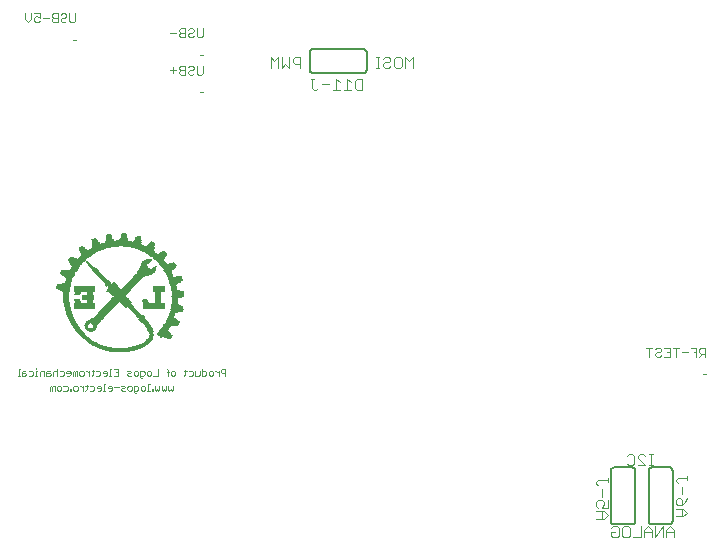
<source format=gbo>
G75*
G70*
%OFA0B0*%
%FSLAX24Y24*%
%IPPOS*%
%LPD*%
%AMOC8*
5,1,8,0,0,1.08239X$1,22.5*
%
%ADD10C,0.0020*%
%ADD11C,0.0030*%
%ADD12C,0.0060*%
%ADD13C,0.0040*%
%ADD14R,0.0483X0.0017*%
%ADD15R,0.0700X0.0017*%
%ADD16R,0.0867X0.0017*%
%ADD17R,0.1000X0.0017*%
%ADD18R,0.1117X0.0017*%
%ADD19R,0.1217X0.0017*%
%ADD20R,0.1300X0.0017*%
%ADD21R,0.0517X0.0017*%
%ADD22R,0.0550X0.0017*%
%ADD23R,0.0450X0.0017*%
%ADD24R,0.0400X0.0017*%
%ADD25R,0.0417X0.0017*%
%ADD26R,0.0367X0.0017*%
%ADD27R,0.0383X0.0017*%
%ADD28R,0.0333X0.0017*%
%ADD29R,0.0350X0.0017*%
%ADD30R,0.0317X0.0017*%
%ADD31R,0.0283X0.0017*%
%ADD32R,0.0300X0.0017*%
%ADD33R,0.0283X0.0017*%
%ADD34R,0.0283X0.0017*%
%ADD35R,0.0250X0.0017*%
%ADD36R,0.0233X0.0017*%
%ADD37R,0.0267X0.0017*%
%ADD38R,0.0217X0.0017*%
%ADD39R,0.0267X0.0017*%
%ADD40R,0.0200X0.0017*%
%ADD41R,0.0250X0.0017*%
%ADD42R,0.0183X0.0017*%
%ADD43R,0.0233X0.0017*%
%ADD44R,0.0183X0.0017*%
%ADD45R,0.0183X0.0017*%
%ADD46R,0.0167X0.0017*%
%ADD47R,0.0167X0.0017*%
%ADD48R,0.0217X0.0017*%
%ADD49R,0.0067X0.0017*%
%ADD50R,0.0150X0.0017*%
%ADD51R,0.0200X0.0017*%
%ADD52R,0.0133X0.0017*%
%ADD53R,0.0217X0.0017*%
%ADD54R,0.0017X0.0017*%
%ADD55R,0.0133X0.0017*%
%ADD56R,0.0217X0.0017*%
%ADD57R,0.0050X0.0017*%
%ADD58R,0.0300X0.0017*%
%ADD59R,0.0083X0.0017*%
%ADD60R,0.0133X0.0017*%
%ADD61R,0.0433X0.0017*%
%ADD62R,0.0133X0.0017*%
%ADD63R,0.0117X0.0017*%
%ADD64R,0.0467X0.0017*%
%ADD65R,0.0117X0.0017*%
%ADD66R,0.0483X0.0017*%
%ADD67R,0.0467X0.0017*%
%ADD68R,0.0383X0.0017*%
%ADD69R,0.0350X0.0017*%
%ADD70R,0.0150X0.0017*%
%ADD71R,0.0317X0.0017*%
%ADD72R,0.0283X0.0017*%
%ADD73R,0.0167X0.0017*%
%ADD74R,0.0267X0.0017*%
%ADD75R,0.0167X0.0017*%
%ADD76R,0.0100X0.0017*%
%ADD77R,0.0100X0.0017*%
%ADD78R,0.0233X0.0017*%
%ADD79R,0.0117X0.0017*%
%ADD80R,0.0500X0.0017*%
%ADD81R,0.0083X0.0017*%
%ADD82R,0.0500X0.0017*%
%ADD83R,0.0483X0.0017*%
%ADD84R,0.0233X0.0017*%
%ADD85R,0.0450X0.0017*%
%ADD86R,0.0433X0.0017*%
%ADD87R,0.0417X0.0017*%
%ADD88R,0.0183X0.0017*%
%ADD89R,0.0433X0.0017*%
%ADD90R,0.0333X0.0017*%
%ADD91R,0.0400X0.0017*%
%ADD92R,0.0367X0.0017*%
%ADD93R,0.0017X0.0017*%
%ADD94R,0.0333X0.0017*%
%ADD95R,0.0383X0.0017*%
%ADD96R,0.0433X0.0017*%
%ADD97R,0.0717X0.0017*%
%ADD98R,0.0700X0.0017*%
%ADD99R,0.0717X0.0017*%
%ADD100R,0.0317X0.0017*%
%ADD101R,0.0333X0.0017*%
%ADD102R,0.0733X0.0017*%
%ADD103R,0.0717X0.0017*%
%ADD104R,0.0683X0.0017*%
%ADD105R,0.0650X0.0017*%
%ADD106R,0.0617X0.0017*%
%ADD107R,0.0600X0.0017*%
%ADD108R,0.0567X0.0017*%
%ADD109R,0.0367X0.0017*%
%ADD110R,0.0533X0.0017*%
%ADD111R,0.0367X0.0017*%
%ADD112R,0.0417X0.0017*%
%ADD113R,0.0550X0.0017*%
%ADD114R,0.0583X0.0017*%
%ADD115R,0.0733X0.0017*%
%ADD116R,0.0383X0.0017*%
%ADD117R,0.0767X0.0017*%
%ADD118R,0.0783X0.0017*%
%ADD119R,0.0033X0.0017*%
%ADD120R,0.0067X0.0017*%
%ADD121R,0.0533X0.0017*%
%ADD122R,0.0567X0.0017*%
%ADD123R,0.0517X0.0017*%
%ADD124R,0.0567X0.0017*%
%ADD125R,0.0517X0.0017*%
%ADD126R,0.0317X0.0017*%
%ADD127R,0.0067X0.0017*%
%ADD128R,0.0033X0.0017*%
%ADD129R,0.0467X0.0017*%
%ADD130R,0.0583X0.0017*%
%ADD131R,0.0600X0.0017*%
%ADD132R,0.0633X0.0017*%
%ADD133R,0.0683X0.0017*%
%ADD134R,0.0650X0.0017*%
%ADD135R,0.0717X0.0017*%
%ADD136R,0.0533X0.0017*%
%ADD137R,0.0883X0.0017*%
%ADD138R,0.0750X0.0017*%
%ADD139R,0.0883X0.0017*%
%ADD140R,0.0033X0.0017*%
%ADD141R,0.1717X0.0017*%
%ADD142R,0.1683X0.0017*%
%ADD143R,0.1650X0.0017*%
%ADD144R,0.1633X0.0017*%
%ADD145R,0.1333X0.0017*%
%ADD146R,0.1283X0.0017*%
%ADD147R,0.1233X0.0017*%
%ADD148R,0.1183X0.0017*%
%ADD149R,0.0867X0.0017*%
%ADD150R,0.0767X0.0017*%
%ADD151R,0.0050X0.0017*%
%ADD152C,0.0000*%
D10*
X004499Y007850D02*
X004499Y007961D01*
X004536Y007997D01*
X004572Y007961D01*
X004572Y007850D01*
X004646Y007850D02*
X004646Y007997D01*
X004609Y007997D01*
X004572Y007961D01*
X004720Y007961D02*
X004757Y007997D01*
X004830Y007997D01*
X004867Y007961D01*
X004867Y007887D01*
X004830Y007850D01*
X004757Y007850D01*
X004720Y007887D01*
X004720Y007961D01*
X004941Y007997D02*
X005051Y007997D01*
X005088Y007961D01*
X005088Y007887D01*
X005051Y007850D01*
X004941Y007850D01*
X005162Y007850D02*
X005162Y007887D01*
X005198Y007887D01*
X005198Y007850D01*
X005162Y007850D01*
X005272Y007887D02*
X005309Y007850D01*
X005383Y007850D01*
X005419Y007887D01*
X005419Y007961D01*
X005383Y007997D01*
X005309Y007997D01*
X005272Y007961D01*
X005272Y007887D01*
X005493Y007997D02*
X005530Y007997D01*
X005603Y007924D01*
X005603Y007997D02*
X005603Y007850D01*
X005677Y007850D02*
X005714Y007887D01*
X005714Y008034D01*
X005751Y007997D02*
X005677Y007997D01*
X005825Y007997D02*
X005935Y007997D01*
X005972Y007961D01*
X005972Y007887D01*
X005935Y007850D01*
X005825Y007850D01*
X006046Y007924D02*
X006193Y007924D01*
X006193Y007961D02*
X006156Y007997D01*
X006083Y007997D01*
X006046Y007961D01*
X006046Y007924D01*
X006083Y007850D02*
X006156Y007850D01*
X006193Y007887D01*
X006193Y007961D01*
X006267Y007850D02*
X006340Y007850D01*
X006303Y007850D02*
X006303Y008071D01*
X006340Y008071D01*
X006414Y007961D02*
X006414Y007924D01*
X006561Y007924D01*
X006561Y007961D02*
X006524Y007997D01*
X006451Y007997D01*
X006414Y007961D01*
X006451Y007850D02*
X006524Y007850D01*
X006561Y007887D01*
X006561Y007961D01*
X006635Y007961D02*
X006782Y007961D01*
X006856Y007997D02*
X006966Y007997D01*
X007003Y007961D01*
X006966Y007924D01*
X006893Y007924D01*
X006856Y007887D01*
X006893Y007850D01*
X007003Y007850D01*
X007077Y007887D02*
X007077Y007961D01*
X007114Y007997D01*
X007187Y007997D01*
X007224Y007961D01*
X007224Y007887D01*
X007187Y007850D01*
X007114Y007850D01*
X007077Y007887D01*
X007298Y007850D02*
X007408Y007850D01*
X007445Y007887D01*
X007445Y007961D01*
X007408Y007997D01*
X007298Y007997D01*
X007298Y007814D01*
X007335Y007777D01*
X007371Y007777D01*
X007519Y007887D02*
X007519Y007961D01*
X007556Y007997D01*
X007629Y007997D01*
X007666Y007961D01*
X007666Y007887D01*
X007629Y007850D01*
X007556Y007850D01*
X007519Y007887D01*
X007740Y007850D02*
X007813Y007850D01*
X007776Y007850D02*
X007776Y008071D01*
X007813Y008071D01*
X007887Y007887D02*
X007887Y007850D01*
X007924Y007850D01*
X007924Y007887D01*
X007887Y007887D01*
X007998Y007887D02*
X008035Y007850D01*
X008071Y007887D01*
X008108Y007850D01*
X008145Y007887D01*
X008145Y007997D01*
X008219Y007997D02*
X008219Y007887D01*
X008256Y007850D01*
X008292Y007887D01*
X008329Y007850D01*
X008366Y007887D01*
X008366Y007997D01*
X008440Y007997D02*
X008440Y007887D01*
X008477Y007850D01*
X008513Y007887D01*
X008550Y007850D01*
X008587Y007887D01*
X008587Y007997D01*
X008569Y008350D02*
X008532Y008387D01*
X008532Y008461D01*
X008569Y008497D01*
X008643Y008497D01*
X008679Y008461D01*
X008679Y008387D01*
X008643Y008350D01*
X008569Y008350D01*
X008422Y008350D02*
X008422Y008534D01*
X008385Y008571D01*
X008385Y008461D02*
X008458Y008461D01*
X008090Y008571D02*
X008090Y008350D01*
X007943Y008350D01*
X007869Y008387D02*
X007832Y008350D01*
X007759Y008350D01*
X007722Y008387D01*
X007722Y008461D01*
X007759Y008497D01*
X007832Y008497D01*
X007869Y008461D01*
X007869Y008387D01*
X007648Y008387D02*
X007611Y008350D01*
X007501Y008350D01*
X007501Y008314D02*
X007501Y008497D01*
X007611Y008497D01*
X007648Y008461D01*
X007648Y008387D01*
X007575Y008277D02*
X007538Y008277D01*
X007501Y008314D01*
X007427Y008387D02*
X007390Y008350D01*
X007317Y008350D01*
X007280Y008387D01*
X007280Y008461D01*
X007317Y008497D01*
X007390Y008497D01*
X007427Y008461D01*
X007427Y008387D01*
X007206Y008350D02*
X007096Y008350D01*
X007059Y008387D01*
X007096Y008424D01*
X007169Y008424D01*
X007206Y008461D01*
X007169Y008497D01*
X007059Y008497D01*
X006764Y008461D02*
X006691Y008461D01*
X006764Y008571D02*
X006764Y008350D01*
X006617Y008350D01*
X006543Y008350D02*
X006470Y008350D01*
X006506Y008350D02*
X006506Y008571D01*
X006543Y008571D01*
X006617Y008571D02*
X006764Y008571D01*
X006396Y008461D02*
X006359Y008497D01*
X006286Y008497D01*
X006249Y008461D01*
X006249Y008424D01*
X006396Y008424D01*
X006396Y008387D02*
X006396Y008461D01*
X006396Y008387D02*
X006359Y008350D01*
X006286Y008350D01*
X006175Y008387D02*
X006138Y008350D01*
X006028Y008350D01*
X005917Y008387D02*
X005880Y008350D01*
X005917Y008387D02*
X005917Y008534D01*
X005954Y008497D02*
X005880Y008497D01*
X005806Y008497D02*
X005806Y008350D01*
X005806Y008424D02*
X005733Y008497D01*
X005696Y008497D01*
X005622Y008461D02*
X005622Y008387D01*
X005586Y008350D01*
X005512Y008350D01*
X005476Y008387D01*
X005476Y008461D01*
X005512Y008497D01*
X005586Y008497D01*
X005622Y008461D01*
X005401Y008497D02*
X005365Y008497D01*
X005328Y008461D01*
X005291Y008497D01*
X005255Y008461D01*
X005255Y008350D01*
X005328Y008350D02*
X005328Y008461D01*
X005401Y008497D02*
X005401Y008350D01*
X005180Y008387D02*
X005180Y008461D01*
X005144Y008497D01*
X005070Y008497D01*
X005034Y008461D01*
X005034Y008424D01*
X005180Y008424D01*
X005180Y008387D02*
X005144Y008350D01*
X005070Y008350D01*
X004959Y008387D02*
X004923Y008350D01*
X004813Y008350D01*
X004738Y008350D02*
X004738Y008571D01*
X004702Y008497D02*
X004628Y008497D01*
X004592Y008461D01*
X004592Y008350D01*
X004517Y008387D02*
X004481Y008424D01*
X004371Y008424D01*
X004371Y008461D02*
X004371Y008350D01*
X004481Y008350D01*
X004517Y008387D01*
X004481Y008497D02*
X004407Y008497D01*
X004371Y008461D01*
X004296Y008497D02*
X004186Y008497D01*
X004150Y008461D01*
X004150Y008350D01*
X004075Y008350D02*
X004002Y008350D01*
X004039Y008350D02*
X004039Y008497D01*
X004075Y008497D01*
X004039Y008571D02*
X004039Y008607D01*
X003928Y008461D02*
X003928Y008387D01*
X003891Y008350D01*
X003781Y008350D01*
X003707Y008387D02*
X003670Y008424D01*
X003560Y008424D01*
X003560Y008461D02*
X003560Y008350D01*
X003670Y008350D01*
X003707Y008387D01*
X003670Y008497D02*
X003597Y008497D01*
X003560Y008461D01*
X003486Y008571D02*
X003449Y008571D01*
X003449Y008350D01*
X003413Y008350D02*
X003486Y008350D01*
X003781Y008497D02*
X003891Y008497D01*
X003928Y008461D01*
X004296Y008497D02*
X004296Y008350D01*
X004702Y008497D02*
X004738Y008461D01*
X004813Y008497D02*
X004923Y008497D01*
X004959Y008461D01*
X004959Y008387D01*
X006028Y008497D02*
X006138Y008497D01*
X006175Y008461D01*
X006175Y008387D01*
X007998Y007997D02*
X007998Y007887D01*
X008974Y008350D02*
X009011Y008387D01*
X009011Y008534D01*
X009048Y008497D02*
X008974Y008497D01*
X009122Y008497D02*
X009232Y008497D01*
X009269Y008461D01*
X009269Y008387D01*
X009232Y008350D01*
X009122Y008350D01*
X009343Y008350D02*
X009343Y008497D01*
X009343Y008350D02*
X009453Y008350D01*
X009490Y008387D01*
X009490Y008497D01*
X009564Y008497D02*
X009674Y008497D01*
X009711Y008461D01*
X009711Y008387D01*
X009674Y008350D01*
X009564Y008350D01*
X009564Y008571D01*
X009785Y008461D02*
X009821Y008497D01*
X009895Y008497D01*
X009931Y008461D01*
X009931Y008387D01*
X009895Y008350D01*
X009821Y008350D01*
X009785Y008387D01*
X009785Y008461D01*
X010006Y008497D02*
X010042Y008497D01*
X010116Y008424D01*
X010116Y008497D02*
X010116Y008350D01*
X010190Y008461D02*
X010227Y008424D01*
X010337Y008424D01*
X010337Y008350D02*
X010337Y008571D01*
X010227Y008571D01*
X010190Y008534D01*
X010190Y008461D01*
D11*
X009539Y018381D02*
X009442Y018381D01*
X009394Y018429D01*
X009394Y018671D01*
X009293Y018623D02*
X009293Y018575D01*
X009245Y018526D01*
X009148Y018526D01*
X009099Y018478D01*
X009099Y018429D01*
X009148Y018381D01*
X009245Y018381D01*
X009293Y018429D01*
X009293Y018623D02*
X009245Y018671D01*
X009148Y018671D01*
X009099Y018623D01*
X008998Y018671D02*
X008998Y018381D01*
X008853Y018381D01*
X008805Y018429D01*
X008805Y018478D01*
X008853Y018526D01*
X008998Y018526D01*
X008853Y018526D02*
X008805Y018575D01*
X008805Y018623D01*
X008853Y018671D01*
X008998Y018671D01*
X008704Y018526D02*
X008510Y018526D01*
X008607Y018623D02*
X008607Y018429D01*
X009539Y018381D02*
X009588Y018429D01*
X009588Y018671D01*
X009539Y019631D02*
X009442Y019631D01*
X009394Y019679D01*
X009394Y019921D01*
X009293Y019873D02*
X009293Y019825D01*
X009245Y019776D01*
X009148Y019776D01*
X009099Y019728D01*
X009099Y019679D01*
X009148Y019631D01*
X009245Y019631D01*
X009293Y019679D01*
X009293Y019873D02*
X009245Y019921D01*
X009148Y019921D01*
X009099Y019873D01*
X008998Y019921D02*
X008998Y019631D01*
X008853Y019631D01*
X008805Y019679D01*
X008805Y019728D01*
X008853Y019776D01*
X008998Y019776D01*
X008853Y019776D02*
X008805Y019825D01*
X008805Y019873D01*
X008853Y019921D01*
X008998Y019921D01*
X008704Y019776D02*
X008510Y019776D01*
X009539Y019631D02*
X009588Y019679D01*
X009588Y019921D01*
X011848Y018976D02*
X011848Y018605D01*
X012095Y018605D02*
X012095Y018976D01*
X011972Y018852D01*
X011848Y018976D01*
X012216Y018976D02*
X012216Y018605D01*
X012340Y018729D01*
X012463Y018605D01*
X012463Y018976D01*
X012585Y018914D02*
X012585Y018791D01*
X012646Y018729D01*
X012832Y018729D01*
X012832Y018605D02*
X012832Y018976D01*
X012646Y018976D01*
X012585Y018914D01*
X015353Y018976D02*
X015477Y018976D01*
X015415Y018976D02*
X015415Y018605D01*
X015477Y018605D02*
X015353Y018605D01*
X015598Y018667D02*
X015598Y018729D01*
X015660Y018791D01*
X015783Y018791D01*
X015845Y018852D01*
X015845Y018914D01*
X015783Y018976D01*
X015660Y018976D01*
X015598Y018914D01*
X015966Y018914D02*
X016028Y018976D01*
X016152Y018976D01*
X016213Y018914D01*
X016213Y018667D01*
X016152Y018605D01*
X016028Y018605D01*
X015966Y018667D01*
X015966Y018914D01*
X016335Y018976D02*
X016335Y018605D01*
X016582Y018605D02*
X016582Y018976D01*
X016458Y018852D01*
X016335Y018976D01*
X015845Y018667D02*
X015783Y018605D01*
X015660Y018605D01*
X015598Y018667D01*
X005338Y020179D02*
X005289Y020131D01*
X005192Y020131D01*
X005144Y020179D01*
X005144Y020421D01*
X005043Y020373D02*
X005043Y020325D01*
X004995Y020276D01*
X004898Y020276D01*
X004849Y020228D01*
X004849Y020179D01*
X004898Y020131D01*
X004995Y020131D01*
X005043Y020179D01*
X005043Y020373D02*
X004995Y020421D01*
X004898Y020421D01*
X004849Y020373D01*
X004748Y020421D02*
X004748Y020131D01*
X004603Y020131D01*
X004555Y020179D01*
X004555Y020228D01*
X004603Y020276D01*
X004748Y020276D01*
X004603Y020276D02*
X004555Y020325D01*
X004555Y020373D01*
X004603Y020421D01*
X004748Y020421D01*
X004454Y020276D02*
X004260Y020276D01*
X004159Y020276D02*
X004062Y020325D01*
X004014Y020325D01*
X003965Y020276D01*
X003965Y020179D01*
X004014Y020131D01*
X004111Y020131D01*
X004159Y020179D01*
X004159Y020276D02*
X004159Y020421D01*
X003965Y020421D01*
X003864Y020421D02*
X003864Y020228D01*
X003768Y020131D01*
X003671Y020228D01*
X003671Y020421D01*
X005338Y020421D02*
X005338Y020179D01*
X023721Y005664D02*
X023783Y005726D01*
X023906Y005726D01*
X023968Y005664D01*
X023968Y005417D01*
X023906Y005355D01*
X023783Y005355D01*
X023721Y005417D01*
X024089Y005355D02*
X024336Y005355D01*
X024089Y005602D01*
X024089Y005664D01*
X024151Y005726D01*
X024274Y005726D01*
X024336Y005664D01*
X024458Y005726D02*
X024582Y005726D01*
X024520Y005726D02*
X024520Y005355D01*
X024582Y005355D02*
X024458Y005355D01*
X025362Y004884D02*
X025423Y004946D01*
X025732Y004946D01*
X025732Y005007D02*
X025732Y004884D01*
X025547Y004639D02*
X025547Y004392D01*
X025485Y004271D02*
X025547Y004209D01*
X025547Y004024D01*
X025423Y004024D01*
X025362Y004085D01*
X025362Y004209D01*
X025423Y004271D01*
X025485Y004271D01*
X025670Y004147D02*
X025547Y004024D01*
X025547Y003902D02*
X025547Y003655D01*
X025608Y003655D02*
X025732Y003779D01*
X025608Y003902D01*
X025362Y003902D01*
X025362Y003655D02*
X025608Y003655D01*
X025670Y004147D02*
X025732Y004271D01*
X025423Y004760D02*
X025362Y004822D01*
X025362Y004884D01*
X025168Y003326D02*
X025045Y003202D01*
X025045Y002955D01*
X024923Y002955D02*
X024923Y003326D01*
X024676Y002955D01*
X024676Y003326D01*
X024555Y003202D02*
X024555Y002955D01*
X024555Y003141D02*
X024308Y003141D01*
X024308Y003202D02*
X024308Y002955D01*
X024187Y002955D02*
X023940Y002955D01*
X023818Y003017D02*
X023757Y002955D01*
X023633Y002955D01*
X023571Y003017D01*
X023571Y003264D01*
X023633Y003326D01*
X023757Y003326D01*
X023818Y003264D01*
X023818Y003017D01*
X024187Y002955D02*
X024187Y003326D01*
X024308Y003202D02*
X024431Y003326D01*
X024555Y003202D01*
X025045Y003141D02*
X025291Y003141D01*
X025291Y003202D02*
X025291Y002955D01*
X025291Y003202D02*
X025168Y003326D01*
X023450Y003264D02*
X023450Y003017D01*
X023388Y002955D01*
X023265Y002955D01*
X023203Y003017D01*
X023203Y003141D01*
X023327Y003141D01*
X023450Y003264D02*
X023388Y003326D01*
X023265Y003326D01*
X023203Y003264D01*
X022958Y003582D02*
X023082Y003706D01*
X022958Y003829D01*
X022712Y003829D01*
X022773Y003951D02*
X022712Y004012D01*
X022712Y004136D01*
X022773Y004197D01*
X022897Y004197D01*
X022958Y004136D01*
X022958Y004074D01*
X022897Y003951D01*
X023082Y003951D01*
X023082Y004197D01*
X022897Y004319D02*
X022897Y004566D01*
X022773Y004687D02*
X022712Y004749D01*
X022712Y004811D01*
X022773Y004872D01*
X023082Y004872D01*
X023082Y004811D02*
X023082Y004934D01*
X022897Y003829D02*
X022897Y003582D01*
X022958Y003582D02*
X022712Y003582D01*
X024473Y008981D02*
X024473Y009271D01*
X024570Y009271D02*
X024376Y009271D01*
X024671Y009223D02*
X024719Y009271D01*
X024816Y009271D01*
X024864Y009223D01*
X024864Y009175D01*
X024816Y009126D01*
X024719Y009126D01*
X024671Y009078D01*
X024671Y009029D01*
X024719Y008981D01*
X024816Y008981D01*
X024864Y009029D01*
X024965Y008981D02*
X025159Y008981D01*
X025159Y009271D01*
X024965Y009271D01*
X025062Y009126D02*
X025159Y009126D01*
X025260Y009271D02*
X025454Y009271D01*
X025357Y009271D02*
X025357Y008981D01*
X025555Y009126D02*
X025748Y009126D01*
X025849Y009271D02*
X026043Y009271D01*
X026043Y008981D01*
X026144Y008981D02*
X026241Y009078D01*
X026192Y009078D02*
X026338Y009078D01*
X026338Y008981D02*
X026338Y009271D01*
X026192Y009271D01*
X026144Y009223D01*
X026144Y009126D01*
X026192Y009078D01*
X026043Y009126D02*
X025946Y009126D01*
D12*
X025147Y005290D02*
X024547Y005290D01*
X024530Y005288D01*
X024513Y005284D01*
X024497Y005277D01*
X024483Y005267D01*
X024470Y005254D01*
X024460Y005240D01*
X024453Y005224D01*
X024449Y005207D01*
X024447Y005190D01*
X024447Y003490D01*
X024449Y003473D01*
X024453Y003456D01*
X024460Y003440D01*
X024470Y003426D01*
X024483Y003413D01*
X024497Y003403D01*
X024513Y003396D01*
X024530Y003392D01*
X024547Y003390D01*
X025147Y003390D01*
X025164Y003392D01*
X025181Y003396D01*
X025197Y003403D01*
X025211Y003413D01*
X025224Y003426D01*
X025234Y003440D01*
X025241Y003456D01*
X025245Y003473D01*
X025247Y003490D01*
X025247Y005190D01*
X025245Y005207D01*
X025241Y005224D01*
X025234Y005240D01*
X025224Y005254D01*
X025211Y005267D01*
X025197Y005277D01*
X025181Y005284D01*
X025164Y005288D01*
X025147Y005290D01*
X023997Y005190D02*
X023997Y003490D01*
X023995Y003473D01*
X023991Y003456D01*
X023984Y003440D01*
X023974Y003426D01*
X023961Y003413D01*
X023947Y003403D01*
X023931Y003396D01*
X023914Y003392D01*
X023897Y003390D01*
X023297Y003390D01*
X023280Y003392D01*
X023263Y003396D01*
X023247Y003403D01*
X023233Y003413D01*
X023220Y003426D01*
X023210Y003440D01*
X023203Y003456D01*
X023199Y003473D01*
X023197Y003490D01*
X023197Y005190D01*
X023199Y005207D01*
X023203Y005224D01*
X023210Y005240D01*
X023220Y005254D01*
X023233Y005267D01*
X023247Y005277D01*
X023263Y005284D01*
X023280Y005288D01*
X023297Y005290D01*
X023897Y005290D01*
X023914Y005288D01*
X023931Y005284D01*
X023947Y005277D01*
X023961Y005267D01*
X023974Y005254D01*
X023984Y005240D01*
X023991Y005224D01*
X023995Y005207D01*
X023997Y005190D01*
X014947Y018440D02*
X013247Y018440D01*
X013230Y018442D01*
X013213Y018446D01*
X013197Y018453D01*
X013183Y018463D01*
X013170Y018476D01*
X013160Y018490D01*
X013153Y018506D01*
X013149Y018523D01*
X013147Y018540D01*
X013147Y019140D01*
X013149Y019157D01*
X013153Y019174D01*
X013160Y019190D01*
X013170Y019204D01*
X013183Y019217D01*
X013197Y019227D01*
X013213Y019234D01*
X013230Y019238D01*
X013247Y019240D01*
X014947Y019240D01*
X014964Y019238D01*
X014981Y019234D01*
X014997Y019227D01*
X015011Y019217D01*
X015024Y019204D01*
X015034Y019190D01*
X015041Y019174D01*
X015045Y019157D01*
X015047Y019140D01*
X015047Y018540D01*
X015045Y018523D01*
X015041Y018506D01*
X015034Y018490D01*
X015024Y018476D01*
X015011Y018463D01*
X014997Y018453D01*
X014981Y018446D01*
X014964Y018442D01*
X014947Y018440D01*
D13*
X014898Y018241D02*
X014718Y018241D01*
X014658Y018181D01*
X014658Y017941D01*
X014718Y017880D01*
X014898Y017880D01*
X014898Y018241D01*
X014530Y018121D02*
X014410Y018241D01*
X014410Y017880D01*
X014530Y017880D02*
X014290Y017880D01*
X014162Y017880D02*
X013921Y017880D01*
X014041Y017880D02*
X014041Y018241D01*
X014162Y018121D01*
X013793Y018061D02*
X013553Y018061D01*
X013425Y017941D02*
X013365Y017880D01*
X013305Y017880D01*
X013245Y017941D01*
X013245Y018241D01*
X013305Y018241D02*
X013185Y018241D01*
D14*
X007713Y012524D03*
X006080Y012557D03*
X005380Y012124D03*
X008580Y010107D03*
X008563Y010074D03*
X008563Y010057D03*
X006830Y009124D03*
D15*
X006822Y009140D03*
X005672Y010590D03*
X005672Y010640D03*
X005672Y010690D03*
X005672Y011140D03*
X005672Y011190D03*
X005672Y011240D03*
X005672Y011290D03*
D16*
X006822Y009157D03*
D17*
X006822Y009174D03*
D18*
X006813Y009190D03*
D19*
X006813Y009207D03*
D20*
X006822Y009224D03*
D21*
X007247Y009240D03*
X006797Y011040D03*
X008447Y011990D03*
D22*
X007663Y011740D03*
X005763Y012440D03*
X006397Y009240D03*
D23*
X006313Y009257D03*
X005930Y010124D03*
X006797Y011007D03*
X006613Y011207D03*
X004947Y011307D03*
X004930Y011224D03*
X007330Y009257D03*
X008330Y009674D03*
X008347Y009657D03*
X008580Y010124D03*
X008730Y010524D03*
X008680Y011507D03*
X008680Y011524D03*
X008663Y011557D03*
X008663Y011574D03*
X008647Y011607D03*
X007730Y012507D03*
D24*
X008455Y011907D03*
X008672Y011474D03*
X008755Y010974D03*
X008572Y010157D03*
X008288Y009757D03*
X007388Y009274D03*
X006522Y011357D03*
X006522Y011374D03*
X007505Y011657D03*
X005372Y012074D03*
X005105Y011674D03*
X004988Y011374D03*
D25*
X004947Y011207D03*
X006247Y009274D03*
X008447Y011924D03*
D26*
X008655Y011440D03*
X007438Y009290D03*
X006088Y010240D03*
D27*
X006197Y009290D03*
X008447Y011890D03*
D28*
X008138Y012207D03*
X007838Y012424D03*
X007405Y011574D03*
X007388Y011557D03*
X007355Y011524D03*
X007338Y011507D03*
X007305Y011474D03*
X007288Y011457D03*
X007255Y011424D03*
X007238Y011407D03*
X007205Y011374D03*
X007188Y011357D03*
X007155Y011324D03*
X007138Y011307D03*
X007105Y011274D03*
X007088Y011257D03*
X007055Y011224D03*
X007038Y011207D03*
X006555Y010707D03*
X006505Y010657D03*
X006455Y010607D03*
X006405Y010557D03*
X006355Y010507D03*
X006305Y010457D03*
X006255Y010407D03*
X005855Y009874D03*
X006105Y009324D03*
X007488Y009307D03*
D29*
X008563Y010174D03*
X007430Y011607D03*
X006613Y011257D03*
X006597Y011274D03*
X006613Y010774D03*
X006597Y010757D03*
X006230Y010374D03*
X006213Y010357D03*
X006180Y010324D03*
X006163Y010307D03*
X006130Y010274D03*
X006113Y010257D03*
X006147Y009307D03*
X004980Y011174D03*
X008130Y012224D03*
X008447Y011874D03*
D30*
X007913Y012374D03*
X006580Y011307D03*
X007030Y010724D03*
X007080Y010674D03*
X007130Y010624D03*
X007530Y009324D03*
X005630Y012274D03*
X005680Y012307D03*
D31*
X007563Y009340D03*
D32*
X006072Y009340D03*
X005055Y011390D03*
X005605Y012240D03*
X005655Y012290D03*
X007738Y012140D03*
X008438Y011840D03*
D33*
X008697Y010924D03*
X008547Y010224D03*
X007597Y009357D03*
X005997Y009374D03*
X005597Y012524D03*
D34*
X005563Y012207D03*
X006030Y012724D03*
X005130Y011607D03*
X007630Y011924D03*
X008680Y011157D03*
X008680Y010674D03*
X006030Y009357D03*
D35*
X005913Y009424D03*
X007630Y009374D03*
X007663Y010107D03*
X007563Y010207D03*
X007530Y010274D03*
X007497Y010307D03*
X007480Y010324D03*
X008297Y009857D03*
X008313Y009874D03*
X008347Y009924D03*
X008380Y009974D03*
X008413Y009607D03*
X008430Y011807D03*
X008247Y012057D03*
X008213Y012107D03*
X008197Y012124D03*
X008163Y012157D03*
X008263Y012407D03*
X007863Y012674D03*
X007413Y012824D03*
X006947Y012874D03*
X006947Y012907D03*
X006480Y012874D03*
X006480Y012857D03*
X006013Y012757D03*
X005247Y012224D03*
X005363Y011974D03*
X005330Y011924D03*
X005313Y011907D03*
X005297Y011874D03*
X005280Y011857D03*
X007630Y011957D03*
X007663Y012074D03*
X007763Y012174D03*
D36*
X008438Y011790D03*
X008555Y012040D03*
X008105Y011090D03*
X008105Y011040D03*
X008105Y010990D03*
X008105Y010940D03*
X008105Y010890D03*
X008105Y010840D03*
X008105Y010790D03*
X008105Y010740D03*
X007555Y010240D03*
X007255Y010540D03*
X007205Y010590D03*
X006438Y011390D03*
X006405Y011440D03*
X006355Y011490D03*
X005838Y011090D03*
X005838Y011040D03*
X005838Y010840D03*
X005838Y010790D03*
X005838Y010740D03*
X005105Y011440D03*
X005138Y011540D03*
X005805Y009490D03*
X007655Y009390D03*
X008355Y009940D03*
X008388Y009990D03*
D37*
X007622Y010140D03*
X007572Y010190D03*
X008622Y011390D03*
X006022Y012740D03*
X005372Y011990D03*
X005022Y011140D03*
X005972Y009390D03*
D38*
X005763Y009524D03*
X005863Y009824D03*
X005030Y010907D03*
X005030Y010924D03*
X005030Y010957D03*
X005030Y010974D03*
X005030Y011007D03*
X005030Y011024D03*
X005030Y011057D03*
X005030Y011074D03*
X005030Y011107D03*
X005030Y011124D03*
X005113Y011474D03*
X005130Y011524D03*
X005563Y012574D03*
X006463Y012924D03*
X007430Y012874D03*
X007880Y012707D03*
X007630Y012024D03*
X007630Y012007D03*
X007630Y011974D03*
X008463Y011724D03*
X007263Y010524D03*
X007280Y010507D03*
X007313Y010474D03*
X007330Y010457D03*
X007363Y010424D03*
X007380Y010407D03*
X007413Y010374D03*
X007430Y010357D03*
X007730Y010024D03*
X007763Y009974D03*
X007713Y009424D03*
X007680Y009407D03*
X008530Y010257D03*
X008530Y010274D03*
X006413Y011424D03*
D39*
X005355Y011957D03*
X006488Y012824D03*
X006938Y012857D03*
X007405Y012807D03*
X007855Y012657D03*
X007755Y012157D03*
X007705Y012107D03*
X008155Y012174D03*
X008438Y011824D03*
X007588Y010174D03*
X007605Y010157D03*
X007638Y010124D03*
X005988Y010074D03*
X005938Y009407D03*
D40*
X005622Y009640D03*
X005572Y009690D03*
X005422Y010740D03*
X005055Y010690D03*
X005038Y010790D03*
X005038Y010840D03*
X006038Y011790D03*
X006088Y011740D03*
X006138Y011690D03*
X006188Y011640D03*
X006238Y011590D03*
X006288Y011540D03*
X007638Y012040D03*
X008455Y011740D03*
X008505Y011640D03*
X008572Y010390D03*
X008555Y010340D03*
X008538Y010290D03*
X007788Y009940D03*
X007755Y009990D03*
X007722Y009440D03*
D41*
X008330Y009890D03*
X008530Y010240D03*
X008613Y010440D03*
X008663Y010690D03*
X007513Y010290D03*
X005880Y009440D03*
X005280Y011840D03*
X005313Y011890D03*
X006947Y012890D03*
X007630Y011940D03*
X008180Y012140D03*
X008263Y012040D03*
D42*
X008647Y010874D03*
X008647Y010857D03*
X008647Y010824D03*
X008647Y010807D03*
X008647Y010774D03*
X008647Y010757D03*
X008647Y010724D03*
X007797Y009924D03*
X007797Y009507D03*
X007747Y009457D03*
X005547Y009724D03*
X005497Y009774D03*
X005347Y009974D03*
X005147Y010357D03*
X005097Y010507D03*
X005097Y010524D03*
X005047Y010757D03*
X006947Y013007D03*
D43*
X006005Y012774D03*
X005138Y011574D03*
X005138Y011557D03*
X005105Y011457D03*
X005838Y011124D03*
X005838Y011107D03*
X005838Y011074D03*
X005838Y011057D03*
X005838Y011024D03*
X005838Y010824D03*
X005838Y010807D03*
X005838Y010774D03*
X005838Y010757D03*
X006388Y011457D03*
X007188Y010607D03*
X007238Y010557D03*
X007538Y010257D03*
X007555Y010224D03*
X007688Y010074D03*
X007705Y010057D03*
X008338Y009907D03*
X008105Y010757D03*
X008105Y010774D03*
X008105Y010807D03*
X008105Y010824D03*
X008105Y010857D03*
X008105Y010874D03*
X008105Y010907D03*
X008105Y010924D03*
X008105Y010957D03*
X008105Y010974D03*
X008105Y011007D03*
X008105Y011024D03*
X008105Y011057D03*
X008105Y011074D03*
X008105Y011107D03*
X008105Y011124D03*
X008238Y012074D03*
X005838Y009474D03*
X005855Y009457D03*
X005788Y009507D03*
D44*
X005563Y009707D03*
X005513Y009757D03*
X005463Y009807D03*
X005430Y009857D03*
X005413Y009874D03*
X005380Y009924D03*
X005313Y010024D03*
X005280Y010074D03*
X005263Y010107D03*
X005230Y010174D03*
X005213Y010207D03*
X005180Y010274D03*
X005163Y010324D03*
X005130Y010407D03*
X005113Y010457D03*
X005113Y010474D03*
X005080Y010557D03*
X005080Y010574D03*
X005080Y010607D03*
X005063Y010624D03*
X005063Y010657D03*
X005063Y010674D03*
X005413Y010757D03*
X005413Y010774D03*
X005413Y010807D03*
X005413Y011057D03*
X005413Y011074D03*
X005413Y011107D03*
X006013Y011824D03*
X006413Y011407D03*
X007680Y010774D03*
X007680Y010757D03*
X007813Y009907D03*
X007763Y009474D03*
X008580Y010424D03*
X008630Y011174D03*
X008630Y011207D03*
X008630Y011224D03*
X008613Y011257D03*
X008613Y011274D03*
X008613Y011307D03*
X006013Y010057D03*
D45*
X005530Y009740D03*
X005480Y009790D03*
X005363Y009940D03*
X005080Y010590D03*
X005063Y010640D03*
X005413Y010790D03*
X005413Y011090D03*
X005230Y012240D03*
X005980Y012840D03*
X008613Y011290D03*
X008630Y011240D03*
X008630Y011190D03*
X007680Y010740D03*
X007813Y009890D03*
X007780Y009490D03*
X008430Y009590D03*
D46*
X007855Y009807D03*
X007838Y009857D03*
X007805Y009524D03*
X005455Y009824D03*
X005388Y009907D03*
X005355Y009957D03*
X005288Y010057D03*
X005255Y010124D03*
X005238Y010157D03*
X005205Y010224D03*
X005188Y010257D03*
X005138Y010374D03*
X005405Y010824D03*
X005405Y010857D03*
X005405Y011024D03*
X006005Y011857D03*
X005988Y011874D03*
X005955Y011907D03*
X006455Y012974D03*
X006955Y013024D03*
X007438Y012924D03*
X007938Y011874D03*
X008788Y011624D03*
D47*
X007672Y010840D03*
X007672Y010790D03*
X007822Y009540D03*
X005272Y010090D03*
X005222Y010190D03*
X005172Y010290D03*
X005122Y010440D03*
X004972Y011840D03*
X005972Y011890D03*
D48*
X005997Y012790D03*
X006947Y012940D03*
X007297Y010490D03*
X007347Y010440D03*
X007397Y010390D03*
X007447Y010340D03*
X005747Y009540D03*
D49*
X008472Y009557D03*
X005772Y012074D03*
D50*
X005213Y012257D03*
X006447Y013007D03*
X006947Y013057D03*
X007447Y012957D03*
X007663Y010857D03*
X007847Y009824D03*
X007863Y009774D03*
X007847Y009574D03*
X007830Y009557D03*
X006013Y010024D03*
X005980Y009924D03*
X005963Y009907D03*
X005863Y009807D03*
D51*
X005722Y009557D03*
X005655Y009607D03*
X005638Y009624D03*
X005605Y009657D03*
X005588Y009674D03*
X005055Y010707D03*
X005055Y010724D03*
X005038Y010774D03*
X005038Y010807D03*
X005038Y010824D03*
X005038Y010857D03*
X005038Y010874D03*
X005422Y011124D03*
X006155Y011674D03*
X006172Y011657D03*
X006205Y011624D03*
X006222Y011607D03*
X006255Y011574D03*
X006272Y011557D03*
X006305Y011524D03*
X006322Y011507D03*
X006122Y011707D03*
X006105Y011724D03*
X006072Y011757D03*
X006055Y011774D03*
X006022Y011807D03*
X005988Y012824D03*
X006455Y012957D03*
X006955Y012974D03*
X007438Y012907D03*
X007888Y012724D03*
X008272Y012424D03*
X008438Y011774D03*
X008472Y011707D03*
X008488Y011674D03*
X008488Y011657D03*
X008505Y011624D03*
X008605Y011357D03*
X008605Y011324D03*
X008638Y010707D03*
X008572Y010407D03*
X008572Y010374D03*
X008555Y010357D03*
X008555Y010324D03*
X008538Y010307D03*
X007772Y009957D03*
D52*
X007855Y009607D03*
X008455Y009574D03*
X006005Y009974D03*
X006005Y010007D03*
X005755Y010074D03*
X005738Y010057D03*
X005738Y009907D03*
X005555Y012607D03*
X006455Y013024D03*
D53*
X005997Y012807D03*
X006947Y012924D03*
X006947Y012957D03*
X007647Y012057D03*
X008447Y011757D03*
X007747Y010007D03*
X005697Y009574D03*
X005097Y011407D03*
X005097Y011424D03*
D54*
X006497Y013040D03*
X008197Y009590D03*
D55*
X007855Y009590D03*
X006005Y009990D03*
X005988Y009940D03*
X006638Y011390D03*
D56*
X007630Y011990D03*
X008480Y011690D03*
X007430Y012890D03*
X006463Y012940D03*
X005030Y011090D03*
X005030Y011040D03*
X005030Y010990D03*
X005030Y010940D03*
X005030Y010890D03*
X005680Y009590D03*
X007713Y010040D03*
D57*
X008197Y009607D03*
X007030Y010607D03*
X008013Y011957D03*
X005730Y012124D03*
D58*
X005622Y012257D03*
X005588Y012224D03*
X005372Y012007D03*
X005255Y012207D03*
X007638Y011907D03*
X007722Y012124D03*
X008238Y012374D03*
X008638Y011407D03*
X008555Y010207D03*
X008288Y009824D03*
X008405Y009624D03*
X005855Y009857D03*
D59*
X008197Y009624D03*
X005197Y012274D03*
D60*
X007972Y011907D03*
X007872Y009757D03*
X007872Y009724D03*
X007872Y009657D03*
X007872Y009624D03*
D61*
X008288Y009740D03*
X008355Y009640D03*
X008738Y010540D03*
X008738Y010590D03*
X006805Y010990D03*
X005738Y012390D03*
D62*
X007872Y009740D03*
X007872Y009640D03*
D63*
X007880Y009674D03*
X007880Y009707D03*
X005913Y011924D03*
D64*
X004955Y011340D03*
X004938Y011290D03*
X004938Y011240D03*
X006838Y010940D03*
X008305Y009690D03*
D65*
X007880Y009690D03*
X005730Y010040D03*
D66*
X006797Y011024D03*
X008447Y011957D03*
X005747Y012407D03*
X008297Y009707D03*
D67*
X008288Y009724D03*
X004938Y011257D03*
X004938Y011274D03*
X004955Y011324D03*
X004955Y011357D03*
X005088Y011707D03*
D68*
X006547Y011324D03*
X006047Y010207D03*
X008297Y009774D03*
X006897Y012824D03*
D69*
X007813Y012440D03*
X007413Y011590D03*
X008713Y010640D03*
X008297Y009790D03*
X006247Y010390D03*
X006197Y010340D03*
X006147Y010290D03*
X005863Y009890D03*
X005113Y011640D03*
X005713Y012340D03*
D70*
X006947Y013040D03*
X007897Y012740D03*
X008280Y012440D03*
X007963Y011890D03*
X008697Y009990D03*
X007863Y009790D03*
D71*
X008297Y009807D03*
X008697Y010657D03*
X008647Y011424D03*
X008447Y011857D03*
X007097Y010657D03*
X007047Y010707D03*
X004997Y011157D03*
X005697Y012324D03*
D72*
X006947Y012840D03*
X008147Y012190D03*
X008297Y009840D03*
D73*
X007838Y009840D03*
X006005Y010040D03*
X005438Y009840D03*
X005405Y009890D03*
X005338Y009990D03*
X005305Y010040D03*
X005155Y010340D03*
X005138Y010390D03*
X005105Y010490D03*
X005405Y010840D03*
X005405Y011040D03*
X006005Y011840D03*
X005555Y012590D03*
X006455Y012990D03*
X007438Y012940D03*
X007788Y012190D03*
D74*
X007688Y012090D03*
X008255Y012390D03*
X007838Y012640D03*
X007405Y012790D03*
X006488Y012840D03*
X005588Y012540D03*
X005338Y011940D03*
X005138Y011590D03*
X005855Y009840D03*
D75*
X005322Y010007D03*
X005172Y010307D03*
X005122Y010424D03*
X007672Y010807D03*
X007672Y010824D03*
X007822Y009874D03*
X008572Y012057D03*
X005972Y012857D03*
D76*
X005988Y012874D03*
X005838Y012007D03*
X005872Y011974D03*
X005888Y011957D03*
X006638Y011407D03*
X007988Y011924D03*
X008605Y012074D03*
X008288Y012457D03*
X005722Y010024D03*
X005722Y009974D03*
X005722Y009957D03*
X005722Y009924D03*
D77*
X005722Y009940D03*
X005705Y009990D03*
X005905Y011940D03*
X005855Y011990D03*
D78*
X005572Y012557D03*
X006472Y012907D03*
X007422Y012857D03*
X006372Y011474D03*
X007222Y010574D03*
X008372Y009957D03*
X008672Y010907D03*
X008622Y011374D03*
X005122Y011507D03*
D79*
X005997Y009957D03*
X007897Y012757D03*
D80*
X008105Y012307D03*
X008455Y011974D03*
X007572Y011674D03*
X006838Y010924D03*
X005105Y011757D03*
X005105Y011774D03*
X005122Y011807D03*
X005088Y011724D03*
X006122Y012574D03*
X008538Y010024D03*
X008538Y010007D03*
D81*
X005713Y010007D03*
X005830Y012024D03*
X007430Y012974D03*
D82*
X005088Y011740D03*
X008555Y010040D03*
D83*
X008580Y010090D03*
X008113Y012290D03*
D84*
X008222Y012090D03*
X007872Y012690D03*
X007422Y012840D03*
X006472Y012890D03*
X005122Y011490D03*
X007672Y010090D03*
D85*
X006613Y011190D03*
X005947Y010140D03*
X005913Y010090D03*
X005097Y011690D03*
X006047Y012540D03*
X008447Y011940D03*
X008647Y011590D03*
X008663Y011540D03*
X008680Y011490D03*
D86*
X008772Y011007D03*
X008722Y010507D03*
X008722Y010474D03*
X006822Y010974D03*
X005972Y010157D03*
X005922Y010107D03*
X008122Y012274D03*
D87*
X008763Y011090D03*
X008763Y011040D03*
X008580Y010140D03*
D88*
X008647Y010740D03*
X008647Y010790D03*
X008647Y010840D03*
X008647Y010890D03*
X008597Y011340D03*
X006947Y012990D03*
X005047Y010740D03*
X005097Y010540D03*
X005197Y010240D03*
X005247Y010140D03*
D89*
X005988Y010174D03*
X006838Y010957D03*
X008738Y010607D03*
X008738Y010574D03*
X008738Y010557D03*
X006005Y012524D03*
D90*
X006588Y011290D03*
X006588Y010740D03*
X006538Y010690D03*
X006488Y010640D03*
X006438Y010590D03*
X006388Y010540D03*
X006338Y010490D03*
X006288Y010440D03*
X008555Y010190D03*
D91*
X006538Y011340D03*
X006022Y010190D03*
X007738Y012490D03*
D92*
X005772Y011007D03*
X005772Y010974D03*
X005772Y010957D03*
X005772Y010924D03*
X005772Y010907D03*
X005772Y010874D03*
X005772Y010857D03*
X006072Y010224D03*
X007022Y010757D03*
D93*
X007580Y010340D03*
X007880Y012790D03*
D94*
X007872Y012407D03*
X006572Y010724D03*
X006522Y010674D03*
X006472Y010624D03*
X006422Y010574D03*
X006372Y010524D03*
X006322Y010474D03*
X006272Y010424D03*
X005122Y011624D03*
X005372Y012024D03*
D95*
X005363Y012057D03*
X005713Y012357D03*
X005113Y011657D03*
X007013Y010774D03*
X008113Y011157D03*
X008113Y011174D03*
X008113Y011207D03*
X008113Y011224D03*
X008113Y011257D03*
X008113Y011274D03*
X008663Y011457D03*
X008730Y010624D03*
X008680Y010457D03*
D96*
X008722Y010490D03*
X008772Y010990D03*
X005372Y012090D03*
D97*
X007947Y010724D03*
X007947Y010707D03*
X007947Y010674D03*
X007947Y010657D03*
X007947Y010624D03*
X007947Y010607D03*
X007947Y010574D03*
D98*
X005672Y010574D03*
X005672Y010607D03*
X005672Y010624D03*
X005672Y010657D03*
X005672Y010674D03*
X005672Y010707D03*
X005672Y010724D03*
X005672Y011157D03*
X005672Y011174D03*
X005672Y011207D03*
X005672Y011224D03*
X005672Y011257D03*
X005672Y011274D03*
X006255Y012624D03*
D99*
X007947Y010690D03*
X007947Y010640D03*
X007947Y010590D03*
D100*
X008713Y010940D03*
X007113Y010640D03*
X007063Y010690D03*
D101*
X007022Y010740D03*
X007022Y011190D03*
X007072Y011240D03*
X007122Y011290D03*
X007172Y011340D03*
X007222Y011390D03*
X007272Y011440D03*
X007322Y011490D03*
X007372Y011540D03*
X008722Y011140D03*
D102*
X006822Y010790D03*
D103*
X006830Y010807D03*
X005830Y012507D03*
D104*
X006780Y011107D03*
X006830Y010824D03*
D105*
X006830Y010840D03*
X006780Y011090D03*
D106*
X006830Y010857D03*
D107*
X006838Y010874D03*
D108*
X006838Y010890D03*
X007705Y011790D03*
X007738Y011840D03*
X008088Y012340D03*
D109*
X007472Y011640D03*
X005772Y010990D03*
X005772Y010940D03*
X005772Y010890D03*
X005372Y012040D03*
D110*
X006838Y010907D03*
X008105Y012324D03*
D111*
X007788Y012457D03*
X007755Y012474D03*
X007655Y011874D03*
X007455Y011624D03*
X008738Y010957D03*
D112*
X008763Y011024D03*
X008763Y011057D03*
X008763Y011074D03*
X008763Y011107D03*
X008763Y011124D03*
X008130Y012257D03*
X006613Y011224D03*
X005730Y012374D03*
D113*
X005380Y012157D03*
X006797Y011057D03*
X007630Y011707D03*
X007647Y011724D03*
X007680Y011757D03*
X007713Y011807D03*
X007747Y011857D03*
D114*
X006797Y011074D03*
D115*
X006772Y011124D03*
D116*
X006613Y011240D03*
X008113Y011240D03*
X008113Y011190D03*
X008113Y011140D03*
X008113Y011290D03*
X008130Y012240D03*
X004963Y011190D03*
D117*
X006772Y011140D03*
D118*
X006780Y011157D03*
X006780Y011174D03*
X007580Y012607D03*
D119*
X006388Y011307D03*
D120*
X006638Y011424D03*
X005788Y012057D03*
X005738Y012107D03*
X005555Y012624D03*
X007888Y012774D03*
X008288Y012474D03*
D121*
X007688Y012540D03*
X007605Y011690D03*
D122*
X007688Y011774D03*
D123*
X005380Y012140D03*
X005113Y011790D03*
D124*
X007722Y011824D03*
D125*
X008413Y012024D03*
X008430Y012007D03*
X005763Y012424D03*
X005130Y011824D03*
D126*
X007647Y011890D03*
X007897Y012390D03*
D127*
X008005Y011940D03*
X005805Y012040D03*
X005755Y012090D03*
D128*
X005722Y012140D03*
X008622Y012090D03*
D129*
X005372Y012107D03*
D130*
X005380Y012174D03*
X005780Y012457D03*
X006213Y012607D03*
X007663Y012557D03*
X008080Y012357D03*
D131*
X005388Y012190D03*
D132*
X005788Y012474D03*
D133*
X005813Y012490D03*
D134*
X007647Y012574D03*
D135*
X007613Y012590D03*
D136*
X006172Y012590D03*
D137*
X007530Y012624D03*
D138*
X007280Y012640D03*
D139*
X006347Y012640D03*
D140*
X005555Y012640D03*
D141*
X006763Y012657D03*
D142*
X006747Y012674D03*
D143*
X006730Y012690D03*
D144*
X006722Y012707D03*
D145*
X006872Y012724D03*
D146*
X006897Y012740D03*
D147*
X006922Y012757D03*
D148*
X006947Y012774D03*
D149*
X006788Y012790D03*
D150*
X006738Y012807D03*
D151*
X005997Y012890D03*
D152*
X009507Y017790D02*
X009511Y017794D01*
X009514Y017792D02*
X009512Y017790D01*
X009509Y017790D01*
X009507Y017792D01*
X009507Y017799D01*
X009509Y017800D01*
X009512Y017800D01*
X009514Y017799D01*
X009514Y017792D01*
X009517Y017792D02*
X009518Y017790D01*
X009522Y017790D01*
X009523Y017792D01*
X009526Y017792D02*
X009527Y017790D01*
X009531Y017790D01*
X009532Y017792D01*
X009535Y017790D02*
X009542Y017790D01*
X009538Y017790D02*
X009538Y017800D01*
X009542Y017797D01*
X009544Y017795D02*
X009546Y017794D01*
X009551Y017794D01*
X009551Y017790D02*
X009551Y017800D01*
X009546Y017800D01*
X009544Y017799D01*
X009544Y017795D01*
X009553Y017800D02*
X009560Y017800D01*
X009557Y017800D02*
X009557Y017790D01*
X009562Y017790D02*
X009569Y017790D01*
X009572Y017790D02*
X009575Y017794D01*
X009573Y017794D02*
X009578Y017794D01*
X009578Y017790D02*
X009578Y017800D01*
X009573Y017800D01*
X009572Y017799D01*
X009572Y017795D01*
X009573Y017794D01*
X009569Y017797D02*
X009566Y017800D01*
X009566Y017790D01*
X009581Y017800D02*
X009587Y017800D01*
X009584Y017800D02*
X009584Y017790D01*
X009590Y017795D02*
X009592Y017794D01*
X009597Y017794D01*
X009597Y017790D02*
X009597Y017800D01*
X009592Y017800D01*
X009590Y017799D01*
X009590Y017795D01*
X009532Y017799D02*
X009531Y017800D01*
X009527Y017800D01*
X009526Y017799D01*
X009526Y017797D01*
X009527Y017795D01*
X009526Y017794D01*
X009526Y017792D01*
X009527Y017795D02*
X009529Y017795D01*
X009523Y017797D02*
X009522Y017795D01*
X009518Y017795D01*
X009517Y017794D01*
X009517Y017792D01*
X009517Y017799D02*
X009518Y017800D01*
X009522Y017800D01*
X009523Y017799D01*
X009523Y017797D01*
X009522Y019040D02*
X009523Y019042D01*
X009522Y019040D02*
X009518Y019040D01*
X009517Y019042D01*
X009517Y019044D01*
X009518Y019045D01*
X009522Y019045D01*
X009523Y019047D01*
X009523Y019049D01*
X009522Y019050D01*
X009518Y019050D01*
X009517Y019049D01*
X009514Y019049D02*
X009512Y019050D01*
X009509Y019050D01*
X009507Y019049D01*
X009507Y019042D01*
X009509Y019040D01*
X009512Y019040D01*
X009514Y019042D01*
X009514Y019049D01*
X009511Y019044D02*
X009507Y019040D01*
X009526Y019042D02*
X009527Y019040D01*
X009531Y019040D01*
X009532Y019042D01*
X009535Y019040D02*
X009542Y019040D01*
X009538Y019040D02*
X009538Y019050D01*
X009542Y019047D01*
X009544Y019045D02*
X009546Y019044D01*
X009551Y019044D01*
X009551Y019040D02*
X009551Y019050D01*
X009546Y019050D01*
X009544Y019049D01*
X009544Y019045D01*
X009553Y019050D02*
X009560Y019050D01*
X009557Y019050D02*
X009557Y019040D01*
X009562Y019040D02*
X009569Y019040D01*
X009572Y019040D02*
X009575Y019044D01*
X009573Y019044D02*
X009578Y019044D01*
X009578Y019040D02*
X009578Y019050D01*
X009573Y019050D01*
X009572Y019049D01*
X009572Y019045D01*
X009573Y019044D01*
X009569Y019047D02*
X009566Y019050D01*
X009566Y019040D01*
X009581Y019050D02*
X009587Y019050D01*
X009584Y019050D02*
X009584Y019040D01*
X009590Y019045D02*
X009592Y019044D01*
X009597Y019044D01*
X009597Y019040D02*
X009597Y019050D01*
X009592Y019050D01*
X009590Y019049D01*
X009590Y019045D01*
X009532Y019049D02*
X009531Y019050D01*
X009527Y019050D01*
X009526Y019049D01*
X009526Y019047D01*
X009527Y019045D01*
X009526Y019044D01*
X009526Y019042D01*
X009527Y019045D02*
X009529Y019045D01*
X005347Y019540D02*
X005347Y019550D01*
X005342Y019550D01*
X005340Y019549D01*
X005340Y019545D01*
X005342Y019544D01*
X005347Y019544D01*
X005337Y019550D02*
X005331Y019550D01*
X005328Y019550D02*
X005323Y019550D01*
X005322Y019549D01*
X005322Y019545D01*
X005323Y019544D01*
X005328Y019544D01*
X005325Y019544D02*
X005322Y019540D01*
X005319Y019540D02*
X005312Y019540D01*
X005316Y019540D02*
X005316Y019550D01*
X005319Y019547D01*
X005310Y019550D02*
X005303Y019550D01*
X005301Y019550D02*
X005296Y019550D01*
X005294Y019549D01*
X005294Y019545D01*
X005296Y019544D01*
X005301Y019544D01*
X005301Y019540D02*
X005301Y019550D01*
X005307Y019550D02*
X005307Y019540D01*
X005292Y019540D02*
X005285Y019540D01*
X005288Y019540D02*
X005288Y019550D01*
X005292Y019547D01*
X005282Y019549D02*
X005281Y019550D01*
X005277Y019550D01*
X005276Y019549D01*
X005276Y019547D01*
X005277Y019545D01*
X005276Y019544D01*
X005276Y019542D01*
X005277Y019540D01*
X005281Y019540D01*
X005282Y019542D01*
X005279Y019545D02*
X005277Y019545D01*
X005273Y019547D02*
X005272Y019545D01*
X005268Y019545D01*
X005267Y019544D01*
X005267Y019542D01*
X005268Y019540D01*
X005272Y019540D01*
X005273Y019542D01*
X005273Y019547D02*
X005273Y019549D01*
X005272Y019550D01*
X005268Y019550D01*
X005267Y019549D01*
X005264Y019549D02*
X005262Y019550D01*
X005259Y019550D01*
X005257Y019549D01*
X005257Y019542D01*
X005259Y019540D01*
X005262Y019540D01*
X005264Y019542D01*
X005264Y019549D01*
X005261Y019544D02*
X005257Y019540D01*
X005328Y019540D02*
X005328Y019550D01*
X005334Y019550D02*
X005334Y019540D01*
X026257Y008399D02*
X026257Y008392D01*
X026259Y008390D01*
X026262Y008390D01*
X026264Y008392D01*
X026264Y008399D01*
X026262Y008400D01*
X026259Y008400D01*
X026257Y008399D01*
X026261Y008394D02*
X026257Y008390D01*
X026267Y008392D02*
X026268Y008390D01*
X026272Y008390D01*
X026273Y008392D01*
X026276Y008392D02*
X026277Y008390D01*
X026281Y008390D01*
X026282Y008392D01*
X026285Y008390D02*
X026292Y008390D01*
X026288Y008390D02*
X026288Y008400D01*
X026292Y008397D01*
X026294Y008395D02*
X026296Y008394D01*
X026301Y008394D01*
X026301Y008390D02*
X026301Y008400D01*
X026296Y008400D01*
X026294Y008399D01*
X026294Y008395D01*
X026303Y008400D02*
X026310Y008400D01*
X026307Y008400D02*
X026307Y008390D01*
X026312Y008390D02*
X026319Y008390D01*
X026322Y008390D02*
X026325Y008394D01*
X026323Y008394D02*
X026328Y008394D01*
X026328Y008390D02*
X026328Y008400D01*
X026323Y008400D01*
X026322Y008399D01*
X026322Y008395D01*
X026323Y008394D01*
X026319Y008397D02*
X026316Y008400D01*
X026316Y008390D01*
X026331Y008400D02*
X026337Y008400D01*
X026334Y008400D02*
X026334Y008390D01*
X026340Y008395D02*
X026342Y008394D01*
X026347Y008394D01*
X026347Y008390D02*
X026347Y008400D01*
X026342Y008400D01*
X026340Y008399D01*
X026340Y008395D01*
X026282Y008399D02*
X026281Y008400D01*
X026277Y008400D01*
X026276Y008399D01*
X026276Y008397D01*
X026277Y008395D01*
X026276Y008394D01*
X026276Y008392D01*
X026277Y008395D02*
X026279Y008395D01*
X026273Y008397D02*
X026272Y008395D01*
X026268Y008395D01*
X026267Y008394D01*
X026267Y008392D01*
X026267Y008399D02*
X026268Y008400D01*
X026272Y008400D01*
X026273Y008399D01*
X026273Y008397D01*
M02*

</source>
